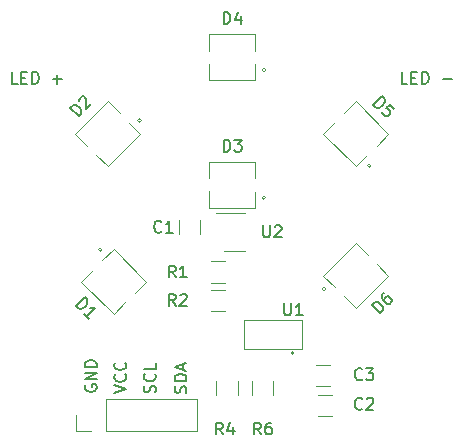
<source format=gbr>
%TF.GenerationSoftware,KiCad,Pcbnew,5.1.6*%
%TF.CreationDate,2020-09-21T04:08:01+02:00*%
%TF.ProjectId,inulox_led_bulb,696e756c-6f78-45f6-9c65-645f62756c62,rev?*%
%TF.SameCoordinates,Original*%
%TF.FileFunction,Legend,Top*%
%TF.FilePolarity,Positive*%
%FSLAX46Y46*%
G04 Gerber Fmt 4.6, Leading zero omitted, Abs format (unit mm)*
G04 Created by KiCad (PCBNEW 5.1.6) date 2020-09-21 04:08:01*
%MOMM*%
%LPD*%
G01*
G04 APERTURE LIST*
%ADD10C,0.150000*%
%ADD11C,0.120000*%
G04 APERTURE END LIST*
D10*
X108504761Y-70390476D02*
X108552380Y-70247619D01*
X108552380Y-70009523D01*
X108504761Y-69914285D01*
X108457142Y-69866666D01*
X108361904Y-69819047D01*
X108266666Y-69819047D01*
X108171428Y-69866666D01*
X108123809Y-69914285D01*
X108076190Y-70009523D01*
X108028571Y-70200000D01*
X107980952Y-70295238D01*
X107933333Y-70342857D01*
X107838095Y-70390476D01*
X107742857Y-70390476D01*
X107647619Y-70342857D01*
X107600000Y-70295238D01*
X107552380Y-70200000D01*
X107552380Y-69961904D01*
X107600000Y-69819047D01*
X108457142Y-68819047D02*
X108504761Y-68866666D01*
X108552380Y-69009523D01*
X108552380Y-69104761D01*
X108504761Y-69247619D01*
X108409523Y-69342857D01*
X108314285Y-69390476D01*
X108123809Y-69438095D01*
X107980952Y-69438095D01*
X107790476Y-69390476D01*
X107695238Y-69342857D01*
X107600000Y-69247619D01*
X107552380Y-69104761D01*
X107552380Y-69009523D01*
X107600000Y-68866666D01*
X107647619Y-68819047D01*
X108552380Y-67914285D02*
X108552380Y-68390476D01*
X107552380Y-68390476D01*
X111104761Y-70414285D02*
X111152380Y-70271428D01*
X111152380Y-70033333D01*
X111104761Y-69938095D01*
X111057142Y-69890476D01*
X110961904Y-69842857D01*
X110866666Y-69842857D01*
X110771428Y-69890476D01*
X110723809Y-69938095D01*
X110676190Y-70033333D01*
X110628571Y-70223809D01*
X110580952Y-70319047D01*
X110533333Y-70366666D01*
X110438095Y-70414285D01*
X110342857Y-70414285D01*
X110247619Y-70366666D01*
X110200000Y-70319047D01*
X110152380Y-70223809D01*
X110152380Y-69985714D01*
X110200000Y-69842857D01*
X111152380Y-69414285D02*
X110152380Y-69414285D01*
X110152380Y-69176190D01*
X110200000Y-69033333D01*
X110295238Y-68938095D01*
X110390476Y-68890476D01*
X110580952Y-68842857D01*
X110723809Y-68842857D01*
X110914285Y-68890476D01*
X111009523Y-68938095D01*
X111104761Y-69033333D01*
X111152380Y-69176190D01*
X111152380Y-69414285D01*
X110866666Y-68461904D02*
X110866666Y-67985714D01*
X111152380Y-68557142D02*
X110152380Y-68223809D01*
X111152380Y-67890476D01*
X105052380Y-70433333D02*
X106052380Y-70100000D01*
X105052380Y-69766666D01*
X105957142Y-68861904D02*
X106004761Y-68909523D01*
X106052380Y-69052380D01*
X106052380Y-69147619D01*
X106004761Y-69290476D01*
X105909523Y-69385714D01*
X105814285Y-69433333D01*
X105623809Y-69480952D01*
X105480952Y-69480952D01*
X105290476Y-69433333D01*
X105195238Y-69385714D01*
X105100000Y-69290476D01*
X105052380Y-69147619D01*
X105052380Y-69052380D01*
X105100000Y-68909523D01*
X105147619Y-68861904D01*
X105957142Y-67861904D02*
X106004761Y-67909523D01*
X106052380Y-68052380D01*
X106052380Y-68147619D01*
X106004761Y-68290476D01*
X105909523Y-68385714D01*
X105814285Y-68433333D01*
X105623809Y-68480952D01*
X105480952Y-68480952D01*
X105290476Y-68433333D01*
X105195238Y-68385714D01*
X105100000Y-68290476D01*
X105052380Y-68147619D01*
X105052380Y-68052380D01*
X105100000Y-67909523D01*
X105147619Y-67861904D01*
X102600000Y-69761904D02*
X102552380Y-69857142D01*
X102552380Y-70000000D01*
X102600000Y-70142857D01*
X102695238Y-70238095D01*
X102790476Y-70285714D01*
X102980952Y-70333333D01*
X103123809Y-70333333D01*
X103314285Y-70285714D01*
X103409523Y-70238095D01*
X103504761Y-70142857D01*
X103552380Y-70000000D01*
X103552380Y-69904761D01*
X103504761Y-69761904D01*
X103457142Y-69714285D01*
X103123809Y-69714285D01*
X103123809Y-69904761D01*
X103552380Y-69285714D02*
X102552380Y-69285714D01*
X103552380Y-68714285D01*
X102552380Y-68714285D01*
X103552380Y-68238095D02*
X102552380Y-68238095D01*
X102552380Y-68000000D01*
X102600000Y-67857142D01*
X102695238Y-67761904D01*
X102790476Y-67714285D01*
X102980952Y-67666666D01*
X103123809Y-67666666D01*
X103314285Y-67714285D01*
X103409523Y-67761904D01*
X103504761Y-67857142D01*
X103552380Y-68000000D01*
X103552380Y-68238095D01*
D11*
%TO.C,U2*%
X114300000Y-58410000D02*
X116100000Y-58410000D01*
X116100000Y-55190000D02*
X113650000Y-55190000D01*
%TO.C,U1*%
X120261803Y-67050000D02*
G75*
G03*
X120261803Y-67050000I-111803J0D01*
G01*
X116050000Y-64250000D02*
X120950000Y-64250000D01*
X116050000Y-66750000D02*
X116050000Y-64250000D01*
X120950000Y-66750000D02*
X116050000Y-66750000D01*
X120950000Y-64250000D02*
X120950000Y-66750000D01*
%TO.C,R6*%
X116690000Y-70602064D02*
X116690000Y-69397936D01*
X118510000Y-70602064D02*
X118510000Y-69397936D01*
%TO.C,R4*%
X113660000Y-70642064D02*
X113660000Y-69437936D01*
X115480000Y-70642064D02*
X115480000Y-69437936D01*
%TO.C,R2*%
X113197936Y-61690000D02*
X114402064Y-61690000D01*
X113197936Y-63510000D02*
X114402064Y-63510000D01*
%TO.C,R1*%
X113197936Y-59290000D02*
X114402064Y-59290000D01*
X113197936Y-61110000D02*
X114402064Y-61110000D01*
%TO.C,J1*%
X112050000Y-73630000D02*
X112050000Y-70970000D01*
X104370000Y-73630000D02*
X112050000Y-73630000D01*
X104370000Y-70970000D02*
X112050000Y-70970000D01*
X104370000Y-73630000D02*
X104370000Y-70970000D01*
X103100000Y-73630000D02*
X101770000Y-73630000D01*
X101770000Y-73630000D02*
X101770000Y-72300000D01*
%TO.C,D6*%
X125500000Y-57742284D02*
X126489949Y-58732233D01*
X122742284Y-60500000D02*
X125500000Y-57742284D01*
X122742284Y-60500000D02*
X123696878Y-61454594D01*
X128257716Y-60500000D02*
X127267767Y-59510051D01*
X125500000Y-63257716D02*
X128257716Y-60500000D01*
X125500000Y-63257716D02*
X124510051Y-62267767D01*
X122971109Y-61631371D02*
G75*
G03*
X122971109Y-61631371I-158115J0D01*
G01*
%TO.C,D5*%
X122742284Y-48500000D02*
X123732233Y-47510051D01*
X125500000Y-51257716D02*
X122742284Y-48500000D01*
X125500000Y-51257716D02*
X126454594Y-50303122D01*
X125500000Y-45742284D02*
X124510051Y-46732233D01*
X128257716Y-48500000D02*
X125500000Y-45742284D01*
X128257716Y-48500000D02*
X127267767Y-49489949D01*
X126789486Y-51187006D02*
G75*
G03*
X126789486Y-51187006I-158115J0D01*
G01*
%TO.C,D4*%
X113050000Y-43950000D02*
X113050000Y-42550000D01*
X116950000Y-43950000D02*
X113050000Y-43950000D01*
X116950000Y-43950000D02*
X116950000Y-42600000D01*
X113050000Y-40050000D02*
X113050000Y-41450000D01*
X116950000Y-40050000D02*
X113050000Y-40050000D01*
X116950000Y-40050000D02*
X116950000Y-41450000D01*
X117858114Y-43100000D02*
G75*
G03*
X117858114Y-43100000I-158114J0D01*
G01*
%TO.C,D3*%
X113050000Y-54750000D02*
X113050000Y-53350000D01*
X116950000Y-54750000D02*
X113050000Y-54750000D01*
X116950000Y-54750000D02*
X116950000Y-53400000D01*
X113050000Y-50850000D02*
X113050000Y-52250000D01*
X116950000Y-50850000D02*
X113050000Y-50850000D01*
X116950000Y-50850000D02*
X116950000Y-52250000D01*
X117858114Y-53900000D02*
G75*
G03*
X117858114Y-53900000I-158114J0D01*
G01*
%TO.C,D2*%
X104500000Y-51257716D02*
X103510051Y-50267767D01*
X107257716Y-48500000D02*
X104500000Y-51257716D01*
X107257716Y-48500000D02*
X106303122Y-47545406D01*
X101742284Y-48500000D02*
X102732233Y-49489949D01*
X104500000Y-45742284D02*
X101742284Y-48500000D01*
X104500000Y-45742284D02*
X105489949Y-46732233D01*
X107345121Y-47368629D02*
G75*
G03*
X107345121Y-47368629I-158115J0D01*
G01*
%TO.C,D1*%
X107757716Y-61000000D02*
X106767767Y-61989949D01*
X105000000Y-58242284D02*
X107757716Y-61000000D01*
X105000000Y-58242284D02*
X104045406Y-59196878D01*
X105000000Y-63757716D02*
X105989949Y-62767767D01*
X102242284Y-61000000D02*
X105000000Y-63757716D01*
X102242284Y-61000000D02*
X103232233Y-60010051D01*
X104026744Y-58312994D02*
G75*
G03*
X104026744Y-58312994I-158115J0D01*
G01*
%TO.C,C3*%
X122147936Y-68040000D02*
X123352064Y-68040000D01*
X122147936Y-69860000D02*
X123352064Y-69860000D01*
%TO.C,C2*%
X122277936Y-70580000D02*
X123482064Y-70580000D01*
X122277936Y-72400000D02*
X123482064Y-72400000D01*
%TO.C,C1*%
X112310000Y-55797936D02*
X112310000Y-57002064D01*
X110490000Y-55797936D02*
X110490000Y-57002064D01*
%TO.C,LED +*%
D10*
X96857142Y-44252380D02*
X96380952Y-44252380D01*
X96380952Y-43252380D01*
X97190476Y-43728571D02*
X97523809Y-43728571D01*
X97666666Y-44252380D02*
X97190476Y-44252380D01*
X97190476Y-43252380D01*
X97666666Y-43252380D01*
X98095238Y-44252380D02*
X98095238Y-43252380D01*
X98333333Y-43252380D01*
X98476190Y-43300000D01*
X98571428Y-43395238D01*
X98619047Y-43490476D01*
X98666666Y-43680952D01*
X98666666Y-43823809D01*
X98619047Y-44014285D01*
X98571428Y-44109523D01*
X98476190Y-44204761D01*
X98333333Y-44252380D01*
X98095238Y-44252380D01*
X99857142Y-43871428D02*
X100619047Y-43871428D01*
X100238095Y-44252380D02*
X100238095Y-43490476D01*
%TO.C,LED -*%
X129857142Y-44252380D02*
X129380952Y-44252380D01*
X129380952Y-43252380D01*
X130190476Y-43728571D02*
X130523809Y-43728571D01*
X130666666Y-44252380D02*
X130190476Y-44252380D01*
X130190476Y-43252380D01*
X130666666Y-43252380D01*
X131095238Y-44252380D02*
X131095238Y-43252380D01*
X131333333Y-43252380D01*
X131476190Y-43300000D01*
X131571428Y-43395238D01*
X131619047Y-43490476D01*
X131666666Y-43680952D01*
X131666666Y-43823809D01*
X131619047Y-44014285D01*
X131571428Y-44109523D01*
X131476190Y-44204761D01*
X131333333Y-44252380D01*
X131095238Y-44252380D01*
X132857142Y-43871428D02*
X133619047Y-43871428D01*
%TO.C,U2*%
X117638095Y-56252380D02*
X117638095Y-57061904D01*
X117685714Y-57157142D01*
X117733333Y-57204761D01*
X117828571Y-57252380D01*
X118019047Y-57252380D01*
X118114285Y-57204761D01*
X118161904Y-57157142D01*
X118209523Y-57061904D01*
X118209523Y-56252380D01*
X118638095Y-56347619D02*
X118685714Y-56300000D01*
X118780952Y-56252380D01*
X119019047Y-56252380D01*
X119114285Y-56300000D01*
X119161904Y-56347619D01*
X119209523Y-56442857D01*
X119209523Y-56538095D01*
X119161904Y-56680952D01*
X118590476Y-57252380D01*
X119209523Y-57252380D01*
%TO.C,U1*%
X119438095Y-62852380D02*
X119438095Y-63661904D01*
X119485714Y-63757142D01*
X119533333Y-63804761D01*
X119628571Y-63852380D01*
X119819047Y-63852380D01*
X119914285Y-63804761D01*
X119961904Y-63757142D01*
X120009523Y-63661904D01*
X120009523Y-62852380D01*
X121009523Y-63852380D02*
X120438095Y-63852380D01*
X120723809Y-63852380D02*
X120723809Y-62852380D01*
X120628571Y-62995238D01*
X120533333Y-63090476D01*
X120438095Y-63138095D01*
%TO.C,R6*%
X117453333Y-73942380D02*
X117120000Y-73466190D01*
X116881904Y-73942380D02*
X116881904Y-72942380D01*
X117262857Y-72942380D01*
X117358095Y-72990000D01*
X117405714Y-73037619D01*
X117453333Y-73132857D01*
X117453333Y-73275714D01*
X117405714Y-73370952D01*
X117358095Y-73418571D01*
X117262857Y-73466190D01*
X116881904Y-73466190D01*
X118310476Y-72942380D02*
X118120000Y-72942380D01*
X118024761Y-72990000D01*
X117977142Y-73037619D01*
X117881904Y-73180476D01*
X117834285Y-73370952D01*
X117834285Y-73751904D01*
X117881904Y-73847142D01*
X117929523Y-73894761D01*
X118024761Y-73942380D01*
X118215238Y-73942380D01*
X118310476Y-73894761D01*
X118358095Y-73847142D01*
X118405714Y-73751904D01*
X118405714Y-73513809D01*
X118358095Y-73418571D01*
X118310476Y-73370952D01*
X118215238Y-73323333D01*
X118024761Y-73323333D01*
X117929523Y-73370952D01*
X117881904Y-73418571D01*
X117834285Y-73513809D01*
%TO.C,R4*%
X114233333Y-73952380D02*
X113900000Y-73476190D01*
X113661904Y-73952380D02*
X113661904Y-72952380D01*
X114042857Y-72952380D01*
X114138095Y-73000000D01*
X114185714Y-73047619D01*
X114233333Y-73142857D01*
X114233333Y-73285714D01*
X114185714Y-73380952D01*
X114138095Y-73428571D01*
X114042857Y-73476190D01*
X113661904Y-73476190D01*
X115090476Y-73285714D02*
X115090476Y-73952380D01*
X114852380Y-72904761D02*
X114614285Y-73619047D01*
X115233333Y-73619047D01*
%TO.C,R2*%
X110233333Y-63052380D02*
X109900000Y-62576190D01*
X109661904Y-63052380D02*
X109661904Y-62052380D01*
X110042857Y-62052380D01*
X110138095Y-62100000D01*
X110185714Y-62147619D01*
X110233333Y-62242857D01*
X110233333Y-62385714D01*
X110185714Y-62480952D01*
X110138095Y-62528571D01*
X110042857Y-62576190D01*
X109661904Y-62576190D01*
X110614285Y-62147619D02*
X110661904Y-62100000D01*
X110757142Y-62052380D01*
X110995238Y-62052380D01*
X111090476Y-62100000D01*
X111138095Y-62147619D01*
X111185714Y-62242857D01*
X111185714Y-62338095D01*
X111138095Y-62480952D01*
X110566666Y-63052380D01*
X111185714Y-63052380D01*
%TO.C,R1*%
X110233333Y-60652380D02*
X109900000Y-60176190D01*
X109661904Y-60652380D02*
X109661904Y-59652380D01*
X110042857Y-59652380D01*
X110138095Y-59700000D01*
X110185714Y-59747619D01*
X110233333Y-59842857D01*
X110233333Y-59985714D01*
X110185714Y-60080952D01*
X110138095Y-60128571D01*
X110042857Y-60176190D01*
X109661904Y-60176190D01*
X111185714Y-60652380D02*
X110614285Y-60652380D01*
X110900000Y-60652380D02*
X110900000Y-59652380D01*
X110804761Y-59795238D01*
X110709523Y-59890476D01*
X110614285Y-59938095D01*
%TO.C,D6*%
X127560711Y-63675245D02*
X126853604Y-62968139D01*
X127021963Y-62799780D01*
X127156650Y-62732436D01*
X127291337Y-62732436D01*
X127392352Y-62766108D01*
X127560711Y-62867123D01*
X127661726Y-62968139D01*
X127762742Y-63136497D01*
X127796413Y-63237513D01*
X127796413Y-63372200D01*
X127729070Y-63506887D01*
X127560711Y-63675245D01*
X127863757Y-61957986D02*
X127729070Y-62092673D01*
X127695398Y-62193688D01*
X127695398Y-62261032D01*
X127729070Y-62429390D01*
X127830085Y-62597749D01*
X128099459Y-62867123D01*
X128200474Y-62900795D01*
X128267818Y-62900795D01*
X128368833Y-62867123D01*
X128503520Y-62732436D01*
X128537192Y-62631421D01*
X128537192Y-62564077D01*
X128503520Y-62463062D01*
X128335161Y-62294703D01*
X128234146Y-62261032D01*
X128166803Y-62261032D01*
X128065787Y-62294703D01*
X127931100Y-62429390D01*
X127897429Y-62530406D01*
X127897429Y-62597749D01*
X127931100Y-62698764D01*
%TO.C,D5*%
X126991658Y-46035227D02*
X127698764Y-45328120D01*
X127867123Y-45496479D01*
X127934467Y-45631166D01*
X127934467Y-45765853D01*
X127900795Y-45866868D01*
X127799780Y-46035227D01*
X127698764Y-46136242D01*
X127530406Y-46237258D01*
X127429390Y-46270929D01*
X127294703Y-46270929D01*
X127160016Y-46203586D01*
X126991658Y-46035227D01*
X128742589Y-46371945D02*
X128405871Y-46035227D01*
X128035482Y-46338273D01*
X128102826Y-46338273D01*
X128203841Y-46371945D01*
X128372200Y-46540303D01*
X128405871Y-46641319D01*
X128405871Y-46708662D01*
X128372200Y-46809677D01*
X128203841Y-46978036D01*
X128102826Y-47011708D01*
X128035482Y-47011708D01*
X127934467Y-46978036D01*
X127766108Y-46809677D01*
X127732436Y-46708662D01*
X127732436Y-46641319D01*
%TO.C,D4*%
X114311904Y-39202380D02*
X114311904Y-38202380D01*
X114550000Y-38202380D01*
X114692857Y-38250000D01*
X114788095Y-38345238D01*
X114835714Y-38440476D01*
X114883333Y-38630952D01*
X114883333Y-38773809D01*
X114835714Y-38964285D01*
X114788095Y-39059523D01*
X114692857Y-39154761D01*
X114550000Y-39202380D01*
X114311904Y-39202380D01*
X115740476Y-38535714D02*
X115740476Y-39202380D01*
X115502380Y-38154761D02*
X115264285Y-38869047D01*
X115883333Y-38869047D01*
%TO.C,D3*%
X114311904Y-50002380D02*
X114311904Y-49002380D01*
X114550000Y-49002380D01*
X114692857Y-49050000D01*
X114788095Y-49145238D01*
X114835714Y-49240476D01*
X114883333Y-49430952D01*
X114883333Y-49573809D01*
X114835714Y-49764285D01*
X114788095Y-49859523D01*
X114692857Y-49954761D01*
X114550000Y-50002380D01*
X114311904Y-50002380D01*
X115216666Y-49002380D02*
X115835714Y-49002380D01*
X115502380Y-49383333D01*
X115645238Y-49383333D01*
X115740476Y-49430952D01*
X115788095Y-49478571D01*
X115835714Y-49573809D01*
X115835714Y-49811904D01*
X115788095Y-49907142D01*
X115740476Y-49954761D01*
X115645238Y-50002380D01*
X115359523Y-50002380D01*
X115264285Y-49954761D01*
X115216666Y-49907142D01*
%TO.C,D2*%
X102035227Y-47008341D02*
X101328120Y-46301235D01*
X101496479Y-46132876D01*
X101631166Y-46065532D01*
X101765853Y-46065532D01*
X101866868Y-46099204D01*
X102035227Y-46200219D01*
X102136242Y-46301235D01*
X102237258Y-46469593D01*
X102270929Y-46570609D01*
X102270929Y-46705296D01*
X102203586Y-46839983D01*
X102035227Y-47008341D01*
X102068899Y-45695143D02*
X102068899Y-45627799D01*
X102102570Y-45526784D01*
X102270929Y-45358425D01*
X102371945Y-45324754D01*
X102439288Y-45324754D01*
X102540303Y-45358425D01*
X102607647Y-45425769D01*
X102674990Y-45560456D01*
X102674990Y-46368578D01*
X103112723Y-45930845D01*
%TO.C,D1*%
X101824754Y-63060711D02*
X102531860Y-62353604D01*
X102700219Y-62521963D01*
X102767563Y-62656650D01*
X102767563Y-62791337D01*
X102733891Y-62892352D01*
X102632876Y-63060711D01*
X102531860Y-63161726D01*
X102363502Y-63262742D01*
X102262486Y-63296413D01*
X102127799Y-63296413D01*
X101993112Y-63229070D01*
X101824754Y-63060711D01*
X102902250Y-64138207D02*
X102498189Y-63734146D01*
X102700219Y-63936177D02*
X103407326Y-63229070D01*
X103238967Y-63262742D01*
X103104280Y-63262742D01*
X103003265Y-63229070D01*
%TO.C,C3*%
X126033333Y-69257142D02*
X125985714Y-69304761D01*
X125842857Y-69352380D01*
X125747619Y-69352380D01*
X125604761Y-69304761D01*
X125509523Y-69209523D01*
X125461904Y-69114285D01*
X125414285Y-68923809D01*
X125414285Y-68780952D01*
X125461904Y-68590476D01*
X125509523Y-68495238D01*
X125604761Y-68400000D01*
X125747619Y-68352380D01*
X125842857Y-68352380D01*
X125985714Y-68400000D01*
X126033333Y-68447619D01*
X126366666Y-68352380D02*
X126985714Y-68352380D01*
X126652380Y-68733333D01*
X126795238Y-68733333D01*
X126890476Y-68780952D01*
X126938095Y-68828571D01*
X126985714Y-68923809D01*
X126985714Y-69161904D01*
X126938095Y-69257142D01*
X126890476Y-69304761D01*
X126795238Y-69352380D01*
X126509523Y-69352380D01*
X126414285Y-69304761D01*
X126366666Y-69257142D01*
%TO.C,C2*%
X126033333Y-71757142D02*
X125985714Y-71804761D01*
X125842857Y-71852380D01*
X125747619Y-71852380D01*
X125604761Y-71804761D01*
X125509523Y-71709523D01*
X125461904Y-71614285D01*
X125414285Y-71423809D01*
X125414285Y-71280952D01*
X125461904Y-71090476D01*
X125509523Y-70995238D01*
X125604761Y-70900000D01*
X125747619Y-70852380D01*
X125842857Y-70852380D01*
X125985714Y-70900000D01*
X126033333Y-70947619D01*
X126414285Y-70947619D02*
X126461904Y-70900000D01*
X126557142Y-70852380D01*
X126795238Y-70852380D01*
X126890476Y-70900000D01*
X126938095Y-70947619D01*
X126985714Y-71042857D01*
X126985714Y-71138095D01*
X126938095Y-71280952D01*
X126366666Y-71852380D01*
X126985714Y-71852380D01*
%TO.C,C1*%
X109033333Y-56757142D02*
X108985714Y-56804761D01*
X108842857Y-56852380D01*
X108747619Y-56852380D01*
X108604761Y-56804761D01*
X108509523Y-56709523D01*
X108461904Y-56614285D01*
X108414285Y-56423809D01*
X108414285Y-56280952D01*
X108461904Y-56090476D01*
X108509523Y-55995238D01*
X108604761Y-55900000D01*
X108747619Y-55852380D01*
X108842857Y-55852380D01*
X108985714Y-55900000D01*
X109033333Y-55947619D01*
X109985714Y-56852380D02*
X109414285Y-56852380D01*
X109700000Y-56852380D02*
X109700000Y-55852380D01*
X109604761Y-55995238D01*
X109509523Y-56090476D01*
X109414285Y-56138095D01*
%TD*%
M02*

</source>
